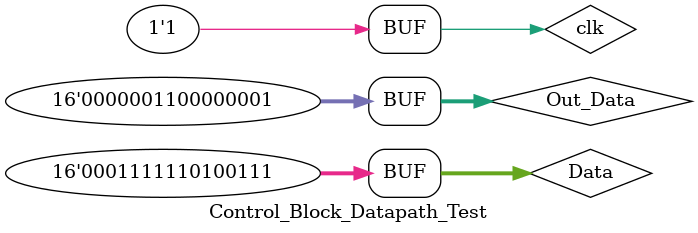
<source format=v>
`timescale 1ns / 1ps


module Control_Block_Datapath_Test;

	// Inputs
	reg clk;
	reg [15:0] Data;
	reg [15:0] Out_Data;

	// Outputs
	wire [10:0] Addr;
	wire WrRam;
	wire RdRam;
	wire [10:0] Addr_DM;
	wire [15:0] In_Data;

	// Instantiate the Unit Under Test (UUT)
	Main uut (
		.clk(clk), 
		.Addr(Addr), 
		.Data(Data), 
		.WrRam(WrRam), 
		.RdRam(RdRam), 
		.Addr_DM(Addr_DM), 
		.In_Data(In_Data), 
		.Out_Data(Out_Data)
	);

	initial begin
		// Initialize Inputs
		clk = 0;
		Data = 0;
		Out_Data = 'b0000111100001111;

		// Wait 100 ns for global reset to finish
		#100;
      Out_Data = 16'b1;
		// Add stimulus here
		Data = 'b0001111110100000; //HLT
		#100;
		Data = 'b0001111110100001; //STR
		#100;
		Data = 'b0001111110100010; //LD
		#100;
		Data = 'b0001111110100001; //STR
		#100;
		Data = 'b0001111110100011; //LDI
		#100;
		Out_Data = 'b0000001100000001;
		Data = 'b0001111110100100; //ADD
		#100;
		Data = 'b0001111110100101; //ADDI
		#100;
		Data = 'b0001111110100001; //STR
		#100;
		Data = 'b0001111110100110; //SUB
		#100;
		Data = 'b0001111110100111; //SUBI
	end
	
	always 
		begin //clock de 100 Mhz como el de la placa
			clk = 1'b0;
			#(50/2) clk = 1'b1;
			#(50/2);
		end
      
endmodule


</source>
